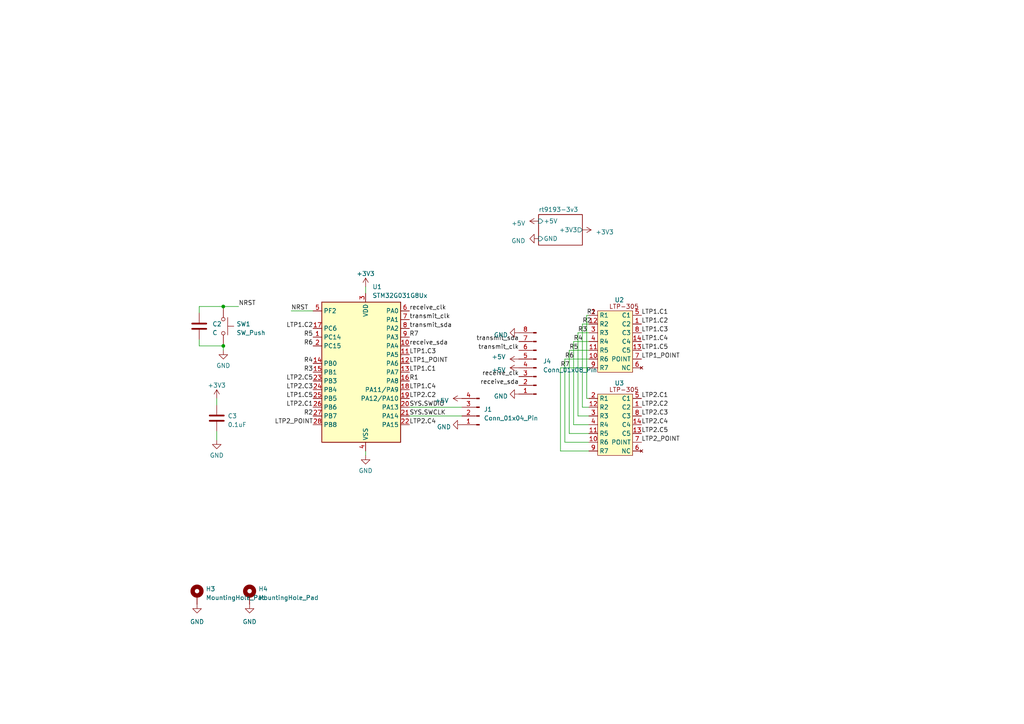
<source format=kicad_sch>
(kicad_sch (version 20230121) (generator eeschema)
  (paper "A4")
  (lib_symbols
    (symbol "Connector:Conn_01x04_Pin" (pin_names (offset 1.016) hide)
      (property "Reference" "J" (at 0 5.08 0))
      (property "Value" "Conn_01x04_Pin" (at 0 -7.62 0))
      (symbol "Conn_01x04_Pin_1_1"
        (polyline (pts (xy 1.27 -5.08) (xy 0.8636 -5.08)) (stroke (width 0.1524)))
        (polyline (pts (xy 1.27 -2.54) (xy 0.8636 -2.54)) (stroke (width 0.1524)))
        (polyline (pts (xy 1.27 0) (xy 0.8636 0)) (stroke (width 0.1524)))
        (polyline (pts (xy 1.27 2.54) (xy 0.8636 2.54)) (stroke (width 0.1524)))
        (rectangle (start 0.8636 -4.953) (end 0 -5.207) (stroke (width 0.1524)) (fill (type outline)))
        (rectangle (start 0.8636 -2.413) (end 0 -2.667) (stroke (width 0.1524)) (fill (type outline)))
        (rectangle (start 0.8636 0.127) (end 0 -0.127) (stroke (width 0.1524)) (fill (type outline)))
        (rectangle (start 0.8636 2.667) (end 0 2.413) (stroke (width 0.1524)) (fill (type outline)))
        (pin passive line (at 5.08 2.54 180) (length 3.81) (name "Pin_1") (number "1"))
        (pin passive line (at 5.08 0 180) (length 3.81) (name "Pin_2") (number "2"))
        (pin passive line (at 5.08 -2.54 180) (length 3.81) (name "Pin_3") (number "3"))
        (pin passive line (at 5.08 -5.08 180) (length 3.81) (name "Pin_4") (number "4"))
      )
    )
    (symbol "Connector:Conn_01x08_Pin" (pin_names (offset 1.016) hide)
      (property "Reference" "J" (at 0 10.16 0))
      (property "Value" "Conn_01x08_Pin" (at 0 -12.7 0))
      (symbol "Conn_01x08_Pin_1_1"
        (polyline (pts (xy 1.27 -10.16) (xy 0.8636 -10.16)) (stroke (width 0.1524)))
        (polyline (pts (xy 1.27 -7.62) (xy 0.8636 -7.62)) (stroke (width 0.1524)))
        (polyline (pts (xy 1.27 -5.08) (xy 0.8636 -5.08)) (stroke (width 0.1524)))
        (polyline (pts (xy 1.27 -2.54) (xy 0.8636 -2.54)) (stroke (width 0.1524)))
        (polyline (pts (xy 1.27 0) (xy 0.8636 0)) (stroke (width 0.1524)))
        (polyline (pts (xy 1.27 2.54) (xy 0.8636 2.54)) (stroke (width 0.1524)))
        (polyline (pts (xy 1.27 5.08) (xy 0.8636 5.08)) (stroke (width 0.1524)))
        (polyline (pts (xy 1.27 7.62) (xy 0.8636 7.62)) (stroke (width 0.1524)))
        (rectangle (start 0.8636 -10.033) (end 0 -10.287) (stroke (width 0.1524)) (fill (type outline)))
        (rectangle (start 0.8636 -7.493) (end 0 -7.747) (stroke (width 0.1524)) (fill (type outline)))
        (rectangle (start 0.8636 -4.953) (end 0 -5.207) (stroke (width 0.1524)) (fill (type outline)))
        (rectangle (start 0.8636 -2.413) (end 0 -2.667) (stroke (width 0.1524)) (fill (type outline)))
        (rectangle (start 0.8636 0.127) (end 0 -0.127) (stroke (width 0.1524)) (fill (type outline)))
        (rectangle (start 0.8636 2.667) (end 0 2.413) (stroke (width 0.1524)) (fill (type outline)))
        (rectangle (start 0.8636 5.207) (end 0 4.953) (stroke (width 0.1524)) (fill (type outline)))
        (rectangle (start 0.8636 7.747) (end 0 7.493) (stroke (width 0.1524)) (fill (type outline)))
        (pin passive line (at 5.08 7.62 180) (length 3.81) (name "Pin_1") (number "1"))
        (pin passive line (at 5.08 5.08 180) (length 3.81) (name "Pin_2") (number "2"))
        (pin passive line (at 5.08 2.54 180) (length 3.81) (name "Pin_3") (number "3"))
        (pin passive line (at 5.08 0 180) (length 3.81) (name "Pin_4") (number "4"))
        (pin passive line (at 5.08 -2.54 180) (length 3.81) (name "Pin_5") (number "5"))
        (pin passive line (at 5.08 -5.08 180) (length 3.81) (name "Pin_6") (number "6"))
        (pin passive line (at 5.08 -7.62 180) (length 3.81) (name "Pin_7") (number "7"))
        (pin passive line (at 5.08 -10.16 180) (length 3.81) (name "Pin_8") (number "8"))
      )
    )
    (symbol "Device:C" (pin_numbers hide) (pin_names (offset 0.254))
      (property "Reference" "C" (at 0.635 2.54 0))
      (property "Value" "C" (at 0.635 -2.54 0))
      (symbol "C_0_1"
        (polyline (pts (xy -2.032 -0.762) (xy 2.032 -0.762)) (stroke (width 0.508)))
        (polyline (pts (xy -2.032 0.762) (xy 2.032 0.762)) (stroke (width 0.508)))
      )
      (symbol "C_1_1"
        (pin passive line (at 0 3.81 270) (length 2.794) (name "~") (number "1"))
        (pin passive line (at 0 -3.81 90) (length 2.794) (name "~") (number "2"))
      )
    )
    (symbol "LTP-305_1_1"
      (property "Reference" "U" (at -3.81 10.16 0))
      (symbol "LTP-305_1_1_0_1"
        (rectangle (start -5.08 8.89) (end 5.08 -8.89) (fill (type background)))
        (text "LTP-305\n" (at 2.54 10.16 0) (effects (font (size 1.27 1.27))))
      )
      (symbol "LTP-305_1_1_1_1"
        (pin input line (at 7.62 5.08 180) (length 2.54) (name "C2") (number "1"))
        (pin output line (at -7.62 -5.08 0) (length 2.54) (name "R6") (number "10"))
        (pin output line (at -7.62 -2.54 0) (length 2.54) (name "R5") (number "11"))
        (pin output line (at -7.62 5.08 0) (length 2.54) (name "R2") (number "12"))
        (pin input line (at 7.62 -2.54 180) (length 2.54) (name "C5") (number "13"))
        (pin input line (at 7.62 0 180) (length 2.54) (name "C4") (number "14"))
        (pin output line (at -7.62 7.62 0) (length 2.54) (name "R1") (number "2"))
        (pin output line (at -7.62 2.54 0) (length 2.54) (name "R3") (number "3"))
        (pin output line (at -7.62 0 0) (length 2.54) (name "R4") (number "4"))
        (pin input line (at 7.62 7.62 180) (length 2.54) (name "C1") (number "5"))
        (pin no_connect line (at 7.62 -7.62 180) (length 2.54) (name "NC") (number "6"))
        (pin input line (at 7.62 -5.08 180) (length 2.54) (name "POINT") (number "7"))
        (pin input line (at 7.62 2.54 180) (length 2.54) (name "C3") (number "8"))
        (pin output line (at -7.62 -7.62 0) (length 2.54) (name "R7") (number "9"))
      )
    )
    (symbol "MCU_ST_STM32G0:STM32G031G8Ux"
      (property "Reference" "U" (at -10.16 21.59 0))
      (property "Value" "STM32G031G8Ux" (at 5.08 21.59 0))
      (symbol "STM32G031G8Ux_0_1"
        (rectangle (start -10.16 -20.32) (end 12.7 20.32) (stroke (width 0.254)) (fill (type background)))
      )
      (symbol "STM32G031G8Ux_1_1"
        (pin bidirectional line (at -12.7 10.16 0) (length 2.54) (name "PC14") (number "1"))
        (pin bidirectional line (at 15.24 7.62 180) (length 2.54) (name "PA4") (number "10"))
        (pin bidirectional line (at 15.24 5.08 180) (length 2.54) (name "PA5") (number "11"))
        (pin bidirectional line (at 15.24 2.54 180) (length 2.54) (name "PA6") (number "12"))
        (pin bidirectional line (at 15.24 0 180) (length 2.54) (name "PA7") (number "13"))
        (pin bidirectional line (at -12.7 2.54 0) (length 2.54) (name "PB0") (number "14"))
        (pin bidirectional line (at -12.7 0 0) (length 2.54) (name "PB1") (number "15"))
        (pin bidirectional line (at 15.24 -2.54 180) (length 2.54) (name "PA8") (number "16"))
        (pin bidirectional line (at -12.7 12.7 0) (length 2.54) (name "PC6") (number "17"))
        (pin bidirectional line (at 15.24 -5.08 180) (length 2.54) (name "PA11/PA9") (number "18"))
        (pin bidirectional line (at 15.24 -7.62 180) (length 2.54) (name "PA12/PA10") (number "19"))
        (pin bidirectional line (at -12.7 7.62 0) (length 2.54) (name "PC15") (number "2"))
        (pin bidirectional line (at 15.24 -10.16 180) (length 2.54) (name "PA13") (number "20"))
        (pin bidirectional line (at 15.24 -12.7 180) (length 2.54) (name "PA14") (number "21"))
        (pin bidirectional line (at 15.24 -15.24 180) (length 2.54) (name "PA15") (number "22"))
        (pin bidirectional line (at -12.7 -2.54 0) (length 2.54) (name "PB3") (number "23"))
        (pin bidirectional line (at -12.7 -5.08 0) (length 2.54) (name "PB4") (number "24"))
        (pin bidirectional line (at -12.7 -7.62 0) (length 2.54) (name "PB5") (number "25"))
        (pin bidirectional line (at -12.7 -10.16 0) (length 2.54) (name "PB6") (number "26"))
        (pin bidirectional line (at -12.7 -12.7 0) (length 2.54) (name "PB7") (number "27"))
        (pin bidirectional line (at -12.7 -15.24 0) (length 2.54) (name "PB8") (number "28"))
        (pin power_in line (at 2.54 22.86 270) (length 2.54) (name "VDD") (number "3"))
        (pin power_in line (at 2.54 -22.86 90) (length 2.54) (name "VSS") (number "4"))
        (pin bidirectional line (at -12.7 17.78 0) (length 2.54) (name "PF2") (number "5"))
        (pin bidirectional line (at 15.24 17.78 180) (length 2.54) (name "PA0") (number "6"))
        (pin bidirectional line (at 15.24 15.24 180) (length 2.54) (name "PA1") (number "7"))
        (pin bidirectional line (at 15.24 12.7 180) (length 2.54) (name "PA2") (number "8"))
        (pin bidirectional line (at 15.24 10.16 180) (length 2.54) (name "PA3") (number "9"))
      )
    )
    (symbol "Mechanical:MountingHole_Pad" (pin_numbers hide) (pin_names (offset 1.016) hide)
      (property "Reference" "H" (at 0 6.35 0))
      (property "Value" "MountingHole_Pad" (at 0 4.445 0))
      (symbol "MountingHole_Pad_0_1"
        (circle (center 0 1.27) (radius 1.27) (stroke (width 1.27)))
      )
      (symbol "MountingHole_Pad_1_1"
        (pin input line (at 0 -2.54 90) (length 2.54) (name "1") (number "1"))
      )
    )
    (symbol "PCM_4ms_Power-symbol:+5V" (power) (pin_names (offset 0))
      (property "Value" "+5V" (at 0 3.556 0))
      (symbol "+5V_0_1"
        (polyline (pts (xy -0.762 1.27) (xy 0 2.54)))
        (polyline (pts (xy 0 0) (xy 0 2.54)))
        (polyline (pts (xy 0 2.54) (xy 0.762 1.27)))
      )
      (symbol "+5V_1_1"
        (pin power_in line (at 0 0 90) (length 0) hide (name "+5V") (number "1"))
      )
    )
    (symbol "PCM_4ms_Power-symbol:GND" (power) (pin_names (offset 0))
      (property "Value" "GND" (at 0 -3.81 0))
      (symbol "GND_0_1"
        (polyline (pts (xy 0 0) (xy 0 -1.27) (xy 1.27 -1.27) (xy 0 -2.54) (xy -1.27 -1.27) (xy 0 -1.27)))
      )
      (symbol "GND_1_1"
        (pin power_in line (at 0 0 270) (length 0) hide (name "GND") (number "1"))
      )
    )
    (symbol "Switch:SW_Push" (pin_numbers hide) (pin_names (offset 1.016) hide)
      (property "Reference" "SW" (at 1.27 2.54 0))
      (property "Value" "SW_Push" (at 0 -1.524 0))
      (symbol "SW_Push_0_1"
        (circle (center -2.032 0) (radius 0.508))
        (polyline (pts (xy 0 1.27) (xy 0 3.048)))
        (polyline (pts (xy 2.54 1.27) (xy -2.54 1.27)))
        (circle (center 2.032 0) (radius 0.508))
        (pin passive line (at -5.08 0 0) (length 2.54) (name "1") (number "1"))
        (pin passive line (at 5.08 0 180) (length 2.54) (name "2") (number "2"))
      )
    )
    (symbol "my_symbol:LTP-305_1"
      (property "Reference" "U" (at -3.81 10.16 0))
      (symbol "LTP-305_1_0_1"
        (rectangle (start -5.08 8.89) (end 5.08 -8.89) (fill (type background)))
        (text "LTP-305\n" (at 2.54 10.16 0) (effects (font (size 1.27 1.27))))
      )
      (symbol "LTP-305_1_1_1"
        (pin input line (at 7.62 5.08 180) (length 2.54) (name "C2") (number "1"))
        (pin output line (at -7.62 -5.08 0) (length 2.54) (name "R6") (number "10"))
        (pin output line (at -7.62 -2.54 0) (length 2.54) (name "R5") (number "11"))
        (pin output line (at -7.62 5.08 0) (length 2.54) (name "R2") (number "12"))
        (pin input line (at 7.62 -2.54 180) (length 2.54) (name "C5") (number "13"))
        (pin input line (at 7.62 0 180) (length 2.54) (name "C4") (number "14"))
        (pin output line (at -7.62 7.62 0) (length 2.54) (name "R1") (number "2"))
        (pin output line (at -7.62 2.54 0) (length 2.54) (name "R3") (number "3"))
        (pin output line (at -7.62 0 0) (length 2.54) (name "R4") (number "4"))
        (pin input line (at 7.62 7.62 180) (length 2.54) (name "C1") (number "5"))
        (pin no_connect line (at 7.62 -7.62 180) (length 2.54) (name "NC") (number "6"))
        (pin input line (at 7.62 -5.08 180) (length 2.54) (name "POINT") (number "7"))
        (pin input line (at 7.62 2.54 180) (length 2.54) (name "C3") (number "8"))
        (pin output line (at -7.62 -7.62 0) (length 2.54) (name "R7") (number "9"))
      )
    )
    (symbol "power:+3V3" (power) (pin_names (offset 0))
      (property "Value" "+3V3" (at 0 3.556 0))
      (symbol "+3V3_0_1"
        (polyline (pts (xy -0.762 1.27) (xy 0 2.54)))
        (polyline (pts (xy 0 0) (xy 0 2.54)))
        (polyline (pts (xy 0 2.54) (xy 0.762 1.27)))
      )
      (symbol "+3V3_1_1"
        (pin power_in line (at 0 0 90) (length 0) hide (name "+3V3") (number "1"))
      )
    )
  )
  (junction (at 64.77 88.9))
  (junction (at 64.77 100.33))
  (wire (pts (xy 167.64 120.65) (xy 167.64 96.52)))
  (wire (pts (xy 162.56 130.81) (xy 162.56 106.68)))
  (wire (pts (xy 57.785 100.33) (xy 64.77 100.33)))
  (wire (pts (xy 57.785 90.805) (xy 57.785 88.9)))
  (wire (pts (xy 162.56 106.68) (xy 170.815 106.68)))
  (wire (pts (xy 165.1 101.6) (xy 170.815 101.6)))
  (wire (pts (xy 118.745 118.11) (xy 133.985 118.11)))
  (wire (pts (xy 106.045 83.185) (xy 106.045 85.09)))
  (wire (pts (xy 84.455 90.17) (xy 90.805 90.17)))
  (wire (pts (xy 106.045 132.08) (xy 106.045 130.81)))
  (wire (pts (xy 170.815 130.81) (xy 162.56 130.81)))
  (wire (pts (xy 168.91 93.98) (xy 170.815 93.98)))
  (wire (pts (xy 64.77 99.695) (xy 64.77 100.33)))
  (wire (pts (xy 170.18 91.44) (xy 170.815 91.44)))
  (wire (pts (xy 166.37 123.19) (xy 166.37 99.06)))
  (wire (pts (xy 170.18 115.57) (xy 170.18 91.44)))
  (wire (pts (xy 166.37 99.06) (xy 170.815 99.06)))
  (wire (pts (xy 62.865 115.57) (xy 62.865 117.475)))
  (wire (pts (xy 57.785 88.9) (xy 64.77 88.9)))
  (wire (pts (xy 118.745 120.65) (xy 133.985 120.65)))
  (wire (pts (xy 64.77 100.33) (xy 64.77 101.6)))
  (wire (pts (xy 64.77 88.9) (xy 69.215 88.9)))
  (wire (pts (xy 170.815 118.11) (xy 168.91 118.11)))
  (wire (pts (xy 163.83 104.14) (xy 170.815 104.14)))
  (wire (pts (xy 64.77 88.9) (xy 64.77 89.535)))
  (wire (pts (xy 168.91 118.11) (xy 168.91 93.98)))
  (wire (pts (xy 62.865 125.095) (xy 62.865 127.635)))
  (wire (pts (xy 163.83 128.27) (xy 163.83 104.14)))
  (wire (pts (xy 170.815 123.19) (xy 166.37 123.19)))
  (wire (pts (xy 167.64 96.52) (xy 170.815 96.52)))
  (wire (pts (xy 170.815 125.73) (xy 165.1 125.73)))
  (wire (pts (xy 165.1 125.73) (xy 165.1 101.6)))
  (wire (pts (xy 170.815 120.65) (xy 167.64 120.65)))
  (wire (pts (xy 170.815 128.27) (xy 163.83 128.27)))
  (wire (pts (xy 170.815 115.57) (xy 170.18 115.57)))
  (wire (pts (xy 57.785 98.425) (xy 57.785 100.33)))
  (label "R2" (at 168.91 93.98 0))
  (label "transmit_sda" (at 150.495 99.06 180))
  (label "NRST" (at 69.215 88.9 0))
  (label "LTP2.C5" (at 90.805 110.49 180))
  (label "LTP2.C2" (at 118.745 115.57 0))
  (label "receive_sda" (at 150.495 111.76 180))
  (label "SYS.SWDIO" (at 118.745 118.11 0))
  (label "transmit_clk" (at 118.745 92.71 0))
  (label "LTP1.C5" (at 90.805 115.57 180))
  (label "transmit_sda" (at 118.745 95.25 0))
  (label "LTP2_POINT" (at 186.055 128.27 0))
  (label "R3" (at 167.64 96.52 0))
  (label "LTP2.C4" (at 118.745 123.19 0))
  (label "LTP2.C1" (at 90.805 118.11 180))
  (label "R7" (at 118.745 97.79 0))
  (label "R6" (at 163.83 104.14 0))
  (label "LTP1.C2" (at 186.055 93.98 0))
  (label "LTP1.C4" (at 118.745 113.03 0))
  (label "R3" (at 90.805 107.95 180))
  (label "LTP2.C1" (at 186.055 115.57 0))
  (label "R1" (at 170.18 91.44 0))
  (label "LTP1.C2" (at 90.805 95.25 180))
  (label "LTP1.C3" (at 118.745 102.87 0))
  (label "LTP2.C3" (at 186.055 120.65 0))
  (label "receive_clk" (at 150.495 109.22 180))
  (label "LTP1_POINT" (at 118.745 105.41 0))
  (label "R5" (at 165.1 101.6 0))
  (label "NRST" (at 84.455 90.17 0))
  (label "LTP1.C4" (at 186.055 99.06 0))
  (label "R7" (at 162.56 106.68 0))
  (label "LTP2.C2" (at 186.055 118.11 0))
  (label "LTP2_POINT" (at 90.805 123.19 180))
  (label "LTP2.C4" (at 186.055 123.19 0))
  (label "LTP1.C1" (at 186.055 91.44 0))
  (label "R5" (at 90.805 97.79 180))
  (label "LTP1.C1" (at 118.745 107.95 0))
  (label "SYS.SWCLK" (at 118.745 120.65 0))
  (label "LTP1.C3" (at 186.055 96.52 0))
  (label "LTP1_POINT" (at 186.055 104.14 0))
  (label "transmit_clk" (at 150.495 101.6 180))
  (label "R4" (at 166.37 99.06 0))
  (label "R1" (at 118.745 110.49 0))
  (label "R4" (at 90.805 105.41 180))
  (label "LTP2.C5" (at 186.055 125.73 0))
  (label "receive_clk" (at 118.745 90.17 0))
  (label "R6" (at 90.805 100.33 180))
  (label "R2" (at 90.805 120.65 180))
  (label "LTP1.C5" (at 186.055 101.6 0))
  (label "LTP2.C3" (at 90.805 113.03 180))
  (label "receive_sda" (at 118.745 100.33 0))
  (symbol (lib_id "power:+3V3") (at 168.91 66.675 270) (unit 1)
    (property "Reference" "#PWR07" (effects hide))
    (property "Value" "+3V3" (at 172.72 67.31 90) (effects (justify left)))
  )
  (symbol (lib_id "PCM_4ms_Power-symbol:GND") (at 57.15 175.26 0) (unit 1)
    (property "Reference" "#PWR018" (effects hide))
    (property "Value" "GND" (at 57.15 180.34 0))
  )
  (symbol (lib_id "Device:C") (at 62.865 121.285 0) (unit 1)
    (property "Reference" "C3" (at 66.04 120.65 0) (effects (justify left)))
    (property "Value" "0.1uF" (at 66.04 123.19 0) (effects (justify left)))
    (property "Footprint" "Capacitor_SMD:C_0603_1608Metric" (effects hide))
  )
  (symbol (lib_id "MCU_ST_STM32G0:STM32G031G8Ux") (at 103.505 107.95 0) (unit 1)
    (property "Reference" "U1" (at 108.0009 83.185 0) (effects (justify left)))
    (property "Value" "STM32G031G8Ux" (at 108.0009 85.725 0) (effects (justify left)))
    (property "Footprint" "Package_DFN_QFN:QFN-28_4x4mm_P0.5mm" (effects hide))
    (property "Datasheet" "https://www.st.com/resource/en/datasheet/stm32g031g8.pdf" (effects hide))
  )
  (symbol (lib_id "PCM_4ms_Power-symbol:GND") (at 133.985 123.19 270) (unit 1)
    (property "Reference" "#PWR09" (effects hide))
    (property "Value" "GND" (at 130.81 123.825 90) (effects (justify right)))
  )
  (symbol (lib_id "Connector:Conn_01x08_Pin") (at 155.575 106.68 180) (unit 1)
    (property "Reference" "J4" (at 157.48 104.775 0) (effects (justify right)))
    (property "Value" "Conn_01x08_Pin" (at 157.48 107.315 0) (effects (justify right)))
    (property "Footprint" "Connector_PinHeader_2.54mm:PinHeader_1x08_P2.54mm_Vertical" (effects hide))
  )
  (symbol (lib_id "my_symbol:LTP-305_1") (at 178.435 99.06 0) (unit 1)
    (property "Reference" "U2" (at 179.6349 86.995 0))
    (property "Value" "~" (at 174.625 93.98 0))
    (property "Footprint" "my_footprint:LTP-305" (effects hide))
  )
  (symbol (lib_name "LTP-305_1_1") (lib_id "my_symbol:LTP-305_1") (at 178.435 123.19 0) (unit 1)
    (property "Reference" "U3" (at 179.6349 111.125 0))
    (property "Value" "~" (at 174.625 118.11 0))
    (property "Footprint" "my_footprint:LTP-305" (effects hide))
  )
  (symbol (lib_id "PCM_4ms_Power-symbol:GND") (at 62.865 127.635 0) (unit 1)
    (property "Reference" "#PWR017" (effects hide))
    (property "Value" "GND" (at 62.865 132.08 0))
  )
  (symbol (lib_id "PCM_4ms_Power-symbol:GND") (at 150.495 96.52 270) (unit 1)
    (property "Reference" "#PWR012" (effects hide))
    (property "Value" "GND" (at 147.32 97.155 90) (effects (justify right)))
  )
  (symbol (lib_id "PCM_4ms_Power-symbol:+5V") (at 150.495 104.14 90) (mirror x) (unit 1)
    (property "Reference" "#PWR011" (effects hide))
    (property "Value" "+5V" (at 146.685 103.505 90) (effects (justify left)))
  )
  (symbol (lib_id "Connector:Conn_01x04_Pin") (at 139.065 120.65 180) (unit 1)
    (property "Reference" "J1" (at 140.335 118.745 0) (effects (justify right)))
    (property "Value" "Conn_01x04_Pin" (at 140.335 121.285 0) (effects (justify right)))
    (property "Footprint" "Connector_PinHeader_2.54mm:PinHeader_1x04_P2.54mm_Vertical" (effects hide))
  )
  (symbol (lib_id "PCM_4ms_Power-symbol:GND") (at 156.21 69.215 270) (unit 1)
    (property "Reference" "#PWR06" (effects hide))
    (property "Value" "GND" (at 152.4 69.85 90) (effects (justify right)))
  )
  (symbol (lib_id "PCM_4ms_Power-symbol:+5V") (at 156.21 64.135 90) (unit 1)
    (property "Reference" "#PWR05" (effects hide))
    (property "Value" "+5V" (at 152.4 64.77 90) (effects (justify left)))
  )
  (symbol (lib_id "Switch:SW_Push") (at 64.77 94.615 270) (unit 1)
    (property "Reference" "SW1" (at 68.58 93.98 90) (effects (justify left)))
    (property "Value" "SW_Push" (at 68.58 96.52 90) (effects (justify left)))
    (property "Footprint" "my_footprint:KEY-SMD_4P-L4.2-W3.4-P2.15-LS4.5-TL" (effects hide))
  )
  (symbol (lib_id "PCM_4ms_Power-symbol:GND") (at 150.495 114.3 270) (unit 1)
    (property "Reference" "#PWR010" (effects hide))
    (property "Value" "GND" (at 147.32 114.935 90) (effects (justify right)))
  )
  (symbol (lib_id "PCM_4ms_Power-symbol:+5V") (at 133.985 115.57 90) (unit 1)
    (property "Reference" "#PWR08" (effects hide))
    (property "Value" "+5V" (at 130.175 116.205 90) (effects (justify left)))
  )
  (symbol (lib_id "PCM_4ms_Power-symbol:GND") (at 64.77 101.6 0) (unit 1)
    (property "Reference" "#PWR02" (effects hide))
    (property "Value" "GND" (at 64.77 106.045 0))
  )
  (symbol (lib_id "Mechanical:MountingHole_Pad") (at 57.15 172.72 0) (unit 1)
    (property "Reference" "H3" (at 59.69 170.815 0) (effects (justify left)))
    (property "Value" "MountingHole_Pad" (at 59.69 173.355 0) (effects (justify left)))
    (property "Footprint" "MountingHole:MountingHole_2.2mm_M2_DIN965_Pad" (effects hide))
  )
  (symbol (lib_id "Device:C") (at 57.785 94.615 180) (unit 1)
    (property "Reference" "C2" (at 61.595 93.98 0) (effects (justify right)))
    (property "Value" "C" (at 61.595 96.52 0) (effects (justify right)))
    (property "Footprint" "Capacitor_SMD:C_0603_1608Metric" (effects hide))
  )
  (symbol (lib_id "power:+3V3") (at 106.045 83.185 0) (unit 1)
    (property "Reference" "#PWR03" (effects hide))
    (property "Value" "+3V3" (at 106.045 79.375 0))
  )
  (symbol (lib_id "PCM_4ms_Power-symbol:GND") (at 106.045 132.08 0) (unit 1)
    (property "Reference" "#PWR04" (effects hide))
    (property "Value" "GND" (at 106.045 136.525 0))
  )
  (symbol (lib_id "power:+3V3") (at 62.865 115.57 0) (unit 1)
    (property "Reference" "#PWR016" (effects hide))
    (property "Value" "+3V3" (at 62.865 111.76 0))
  )
  (symbol (lib_id "PCM_4ms_Power-symbol:GND") (at 72.39 175.26 0) (unit 1)
    (property "Reference" "#PWR019" (effects hide))
    (property "Value" "GND" (at 72.39 180.34 0))
  )
  (symbol (lib_id "PCM_4ms_Power-symbol:+5V") (at 150.495 106.68 90) (unit 1)
    (property "Reference" "#PWR01" (effects hide))
    (property "Value" "+5V" (at 146.685 107.315 90) (effects (justify left)))
  )
  (symbol (lib_id "Mechanical:MountingHole_Pad") (at 72.39 172.72 0) (unit 1)
    (property "Reference" "H4" (at 74.93 170.815 0) (effects (justify left)))
    (property "Value" "MountingHole_Pad" (at 74.93 173.355 0) (effects (justify left)))
    (property "Footprint" "MountingHole:MountingHole_2.2mm_M2_DIN965_Pad" (effects hide))
  )
  (sheet (at 156.21 62.23) (size 12.7 8.89) (stroke (width 0.1524))
    (property "Sheetname" "rt9193-3v3" (at 156.21 61.5184 0) (effects (justify left bottom)))
    (property "Sheetfile" "C:/Users/tbz/OneDrive/doc/kicad_schematic/rt9193-33GB.kicad_sch" (effects hide))
    (pin "GND" input (at 156.21 69.215 180))
    (pin "+5V" input (at 156.21 64.135 180))
    (pin "+3V3" output (at 168.91 66.675 0))
  )
)
</source>
